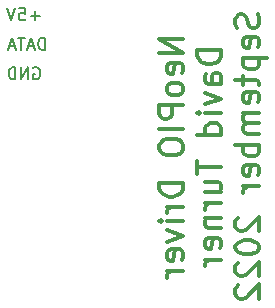
<source format=gbo>
%TF.GenerationSoftware,KiCad,Pcbnew,(6.0.7)*%
%TF.CreationDate,2022-09-24T21:41:20+01:00*%
%TF.ProjectId,mini_jellies,6d696e69-5f6a-4656-9c6c-6965732e6b69,rev?*%
%TF.SameCoordinates,Original*%
%TF.FileFunction,Legend,Bot*%
%TF.FilePolarity,Positive*%
%FSLAX46Y46*%
G04 Gerber Fmt 4.6, Leading zero omitted, Abs format (unit mm)*
G04 Created by KiCad (PCBNEW (6.0.7)) date 2022-09-24 21:41:20*
%MOMM*%
%LPD*%
G01*
G04 APERTURE LIST*
%ADD10C,0.150000*%
%ADD11C,0.300000*%
G04 APERTURE END LIST*
D10*
X104761904Y-75000000D02*
X104857142Y-74952380D01*
X105000000Y-74952380D01*
X105142857Y-75000000D01*
X105238095Y-75095238D01*
X105285714Y-75190476D01*
X105333333Y-75380952D01*
X105333333Y-75523809D01*
X105285714Y-75714285D01*
X105238095Y-75809523D01*
X105142857Y-75904761D01*
X105000000Y-75952380D01*
X104904761Y-75952380D01*
X104761904Y-75904761D01*
X104714285Y-75857142D01*
X104714285Y-75523809D01*
X104904761Y-75523809D01*
X104285714Y-75952380D02*
X104285714Y-74952380D01*
X103714285Y-75952380D01*
X103714285Y-74952380D01*
X103238095Y-75952380D02*
X103238095Y-74952380D01*
X103000000Y-74952380D01*
X102857142Y-75000000D01*
X102761904Y-75095238D01*
X102714285Y-75190476D01*
X102666666Y-75380952D01*
X102666666Y-75523809D01*
X102714285Y-75714285D01*
X102761904Y-75809523D01*
X102857142Y-75904761D01*
X103000000Y-75952380D01*
X103238095Y-75952380D01*
X105750000Y-73452380D02*
X105750000Y-72452380D01*
X105511904Y-72452380D01*
X105369047Y-72500000D01*
X105273809Y-72595238D01*
X105226190Y-72690476D01*
X105178571Y-72880952D01*
X105178571Y-73023809D01*
X105226190Y-73214285D01*
X105273809Y-73309523D01*
X105369047Y-73404761D01*
X105511904Y-73452380D01*
X105750000Y-73452380D01*
X104797619Y-73166666D02*
X104321428Y-73166666D01*
X104892857Y-73452380D02*
X104559523Y-72452380D01*
X104226190Y-73452380D01*
X104035714Y-72452380D02*
X103464285Y-72452380D01*
X103750000Y-73452380D02*
X103750000Y-72452380D01*
X103178571Y-73166666D02*
X102702380Y-73166666D01*
X103273809Y-73452380D02*
X102940476Y-72452380D01*
X102607142Y-73452380D01*
X105285714Y-70571428D02*
X104523809Y-70571428D01*
X104904761Y-70952380D02*
X104904761Y-70190476D01*
X103571428Y-69952380D02*
X104047619Y-69952380D01*
X104095238Y-70428571D01*
X104047619Y-70380952D01*
X103952380Y-70333333D01*
X103714285Y-70333333D01*
X103619047Y-70380952D01*
X103571428Y-70428571D01*
X103523809Y-70523809D01*
X103523809Y-70761904D01*
X103571428Y-70857142D01*
X103619047Y-70904761D01*
X103714285Y-70952380D01*
X103952380Y-70952380D01*
X104047619Y-70904761D01*
X104095238Y-70857142D01*
X103238095Y-69952380D02*
X102904761Y-70952380D01*
X102571428Y-69952380D01*
D11*
X117434761Y-72547619D02*
X115434761Y-72547619D01*
X117434761Y-73690476D01*
X115434761Y-73690476D01*
X117339523Y-75404761D02*
X117434761Y-75214285D01*
X117434761Y-74833333D01*
X117339523Y-74642857D01*
X117149047Y-74547619D01*
X116387142Y-74547619D01*
X116196666Y-74642857D01*
X116101428Y-74833333D01*
X116101428Y-75214285D01*
X116196666Y-75404761D01*
X116387142Y-75500000D01*
X116577619Y-75500000D01*
X116768095Y-74547619D01*
X117434761Y-76642857D02*
X117339523Y-76452380D01*
X117244285Y-76357142D01*
X117053809Y-76261904D01*
X116482380Y-76261904D01*
X116291904Y-76357142D01*
X116196666Y-76452380D01*
X116101428Y-76642857D01*
X116101428Y-76928571D01*
X116196666Y-77119047D01*
X116291904Y-77214285D01*
X116482380Y-77309523D01*
X117053809Y-77309523D01*
X117244285Y-77214285D01*
X117339523Y-77119047D01*
X117434761Y-76928571D01*
X117434761Y-76642857D01*
X117434761Y-78166666D02*
X115434761Y-78166666D01*
X115434761Y-78928571D01*
X115530000Y-79119047D01*
X115625238Y-79214285D01*
X115815714Y-79309523D01*
X116101428Y-79309523D01*
X116291904Y-79214285D01*
X116387142Y-79119047D01*
X116482380Y-78928571D01*
X116482380Y-78166666D01*
X117434761Y-80166666D02*
X115434761Y-80166666D01*
X115434761Y-81500000D02*
X115434761Y-81880952D01*
X115530000Y-82071428D01*
X115720476Y-82261904D01*
X116101428Y-82357142D01*
X116768095Y-82357142D01*
X117149047Y-82261904D01*
X117339523Y-82071428D01*
X117434761Y-81880952D01*
X117434761Y-81500000D01*
X117339523Y-81309523D01*
X117149047Y-81119047D01*
X116768095Y-81023809D01*
X116101428Y-81023809D01*
X115720476Y-81119047D01*
X115530000Y-81309523D01*
X115434761Y-81500000D01*
X117434761Y-84738095D02*
X115434761Y-84738095D01*
X115434761Y-85214285D01*
X115530000Y-85500000D01*
X115720476Y-85690476D01*
X115910952Y-85785714D01*
X116291904Y-85880952D01*
X116577619Y-85880952D01*
X116958571Y-85785714D01*
X117149047Y-85690476D01*
X117339523Y-85500000D01*
X117434761Y-85214285D01*
X117434761Y-84738095D01*
X117434761Y-86738095D02*
X116101428Y-86738095D01*
X116482380Y-86738095D02*
X116291904Y-86833333D01*
X116196666Y-86928571D01*
X116101428Y-87119047D01*
X116101428Y-87309523D01*
X117434761Y-87976190D02*
X116101428Y-87976190D01*
X115434761Y-87976190D02*
X115530000Y-87880952D01*
X115625238Y-87976190D01*
X115530000Y-88071428D01*
X115434761Y-87976190D01*
X115625238Y-87976190D01*
X116101428Y-88738095D02*
X117434761Y-89214285D01*
X116101428Y-89690476D01*
X117339523Y-91214285D02*
X117434761Y-91023809D01*
X117434761Y-90642857D01*
X117339523Y-90452380D01*
X117149047Y-90357142D01*
X116387142Y-90357142D01*
X116196666Y-90452380D01*
X116101428Y-90642857D01*
X116101428Y-91023809D01*
X116196666Y-91214285D01*
X116387142Y-91309523D01*
X116577619Y-91309523D01*
X116768095Y-90357142D01*
X117434761Y-92166666D02*
X116101428Y-92166666D01*
X116482380Y-92166666D02*
X116291904Y-92261904D01*
X116196666Y-92357142D01*
X116101428Y-92547619D01*
X116101428Y-92738095D01*
X120654761Y-73500000D02*
X118654761Y-73500000D01*
X118654761Y-73976190D01*
X118750000Y-74261904D01*
X118940476Y-74452380D01*
X119130952Y-74547619D01*
X119511904Y-74642857D01*
X119797619Y-74642857D01*
X120178571Y-74547619D01*
X120369047Y-74452380D01*
X120559523Y-74261904D01*
X120654761Y-73976190D01*
X120654761Y-73500000D01*
X120654761Y-76357142D02*
X119607142Y-76357142D01*
X119416666Y-76261904D01*
X119321428Y-76071428D01*
X119321428Y-75690476D01*
X119416666Y-75500000D01*
X120559523Y-76357142D02*
X120654761Y-76166666D01*
X120654761Y-75690476D01*
X120559523Y-75500000D01*
X120369047Y-75404761D01*
X120178571Y-75404761D01*
X119988095Y-75500000D01*
X119892857Y-75690476D01*
X119892857Y-76166666D01*
X119797619Y-76357142D01*
X119321428Y-77119047D02*
X120654761Y-77595238D01*
X119321428Y-78071428D01*
X120654761Y-78833333D02*
X119321428Y-78833333D01*
X118654761Y-78833333D02*
X118750000Y-78738095D01*
X118845238Y-78833333D01*
X118750000Y-78928571D01*
X118654761Y-78833333D01*
X118845238Y-78833333D01*
X120654761Y-80642857D02*
X118654761Y-80642857D01*
X120559523Y-80642857D02*
X120654761Y-80452380D01*
X120654761Y-80071428D01*
X120559523Y-79880952D01*
X120464285Y-79785714D01*
X120273809Y-79690476D01*
X119702380Y-79690476D01*
X119511904Y-79785714D01*
X119416666Y-79880952D01*
X119321428Y-80071428D01*
X119321428Y-80452380D01*
X119416666Y-80642857D01*
X118654761Y-82833333D02*
X118654761Y-83976190D01*
X120654761Y-83404761D02*
X118654761Y-83404761D01*
X119321428Y-85500000D02*
X120654761Y-85500000D01*
X119321428Y-84642857D02*
X120369047Y-84642857D01*
X120559523Y-84738095D01*
X120654761Y-84928571D01*
X120654761Y-85214285D01*
X120559523Y-85404761D01*
X120464285Y-85500000D01*
X120654761Y-86452380D02*
X119321428Y-86452380D01*
X119702380Y-86452380D02*
X119511904Y-86547619D01*
X119416666Y-86642857D01*
X119321428Y-86833333D01*
X119321428Y-87023809D01*
X119321428Y-87690476D02*
X120654761Y-87690476D01*
X119511904Y-87690476D02*
X119416666Y-87785714D01*
X119321428Y-87976190D01*
X119321428Y-88261904D01*
X119416666Y-88452380D01*
X119607142Y-88547619D01*
X120654761Y-88547619D01*
X120559523Y-90261904D02*
X120654761Y-90071428D01*
X120654761Y-89690476D01*
X120559523Y-89500000D01*
X120369047Y-89404761D01*
X119607142Y-89404761D01*
X119416666Y-89500000D01*
X119321428Y-89690476D01*
X119321428Y-90071428D01*
X119416666Y-90261904D01*
X119607142Y-90357142D01*
X119797619Y-90357142D01*
X119988095Y-89404761D01*
X120654761Y-91214285D02*
X119321428Y-91214285D01*
X119702380Y-91214285D02*
X119511904Y-91309523D01*
X119416666Y-91404761D01*
X119321428Y-91595238D01*
X119321428Y-91785714D01*
X123779523Y-70452380D02*
X123874761Y-70738095D01*
X123874761Y-71214285D01*
X123779523Y-71404761D01*
X123684285Y-71500000D01*
X123493809Y-71595238D01*
X123303333Y-71595238D01*
X123112857Y-71500000D01*
X123017619Y-71404761D01*
X122922380Y-71214285D01*
X122827142Y-70833333D01*
X122731904Y-70642857D01*
X122636666Y-70547619D01*
X122446190Y-70452380D01*
X122255714Y-70452380D01*
X122065238Y-70547619D01*
X121970000Y-70642857D01*
X121874761Y-70833333D01*
X121874761Y-71309523D01*
X121970000Y-71595238D01*
X123779523Y-73214285D02*
X123874761Y-73023809D01*
X123874761Y-72642857D01*
X123779523Y-72452380D01*
X123589047Y-72357142D01*
X122827142Y-72357142D01*
X122636666Y-72452380D01*
X122541428Y-72642857D01*
X122541428Y-73023809D01*
X122636666Y-73214285D01*
X122827142Y-73309523D01*
X123017619Y-73309523D01*
X123208095Y-72357142D01*
X122541428Y-74166666D02*
X124541428Y-74166666D01*
X122636666Y-74166666D02*
X122541428Y-74357142D01*
X122541428Y-74738095D01*
X122636666Y-74928571D01*
X122731904Y-75023809D01*
X122922380Y-75119047D01*
X123493809Y-75119047D01*
X123684285Y-75023809D01*
X123779523Y-74928571D01*
X123874761Y-74738095D01*
X123874761Y-74357142D01*
X123779523Y-74166666D01*
X122541428Y-75690476D02*
X122541428Y-76452380D01*
X121874761Y-75976190D02*
X123589047Y-75976190D01*
X123779523Y-76071428D01*
X123874761Y-76261904D01*
X123874761Y-76452380D01*
X123779523Y-77880952D02*
X123874761Y-77690476D01*
X123874761Y-77309523D01*
X123779523Y-77119047D01*
X123589047Y-77023809D01*
X122827142Y-77023809D01*
X122636666Y-77119047D01*
X122541428Y-77309523D01*
X122541428Y-77690476D01*
X122636666Y-77880952D01*
X122827142Y-77976190D01*
X123017619Y-77976190D01*
X123208095Y-77023809D01*
X123874761Y-78833333D02*
X122541428Y-78833333D01*
X122731904Y-78833333D02*
X122636666Y-78928571D01*
X122541428Y-79119047D01*
X122541428Y-79404761D01*
X122636666Y-79595238D01*
X122827142Y-79690476D01*
X123874761Y-79690476D01*
X122827142Y-79690476D02*
X122636666Y-79785714D01*
X122541428Y-79976190D01*
X122541428Y-80261904D01*
X122636666Y-80452380D01*
X122827142Y-80547619D01*
X123874761Y-80547619D01*
X123874761Y-81500000D02*
X121874761Y-81500000D01*
X122636666Y-81500000D02*
X122541428Y-81690476D01*
X122541428Y-82071428D01*
X122636666Y-82261904D01*
X122731904Y-82357142D01*
X122922380Y-82452380D01*
X123493809Y-82452380D01*
X123684285Y-82357142D01*
X123779523Y-82261904D01*
X123874761Y-82071428D01*
X123874761Y-81690476D01*
X123779523Y-81500000D01*
X123779523Y-84071428D02*
X123874761Y-83880952D01*
X123874761Y-83500000D01*
X123779523Y-83309523D01*
X123589047Y-83214285D01*
X122827142Y-83214285D01*
X122636666Y-83309523D01*
X122541428Y-83500000D01*
X122541428Y-83880952D01*
X122636666Y-84071428D01*
X122827142Y-84166666D01*
X123017619Y-84166666D01*
X123208095Y-83214285D01*
X123874761Y-85023809D02*
X122541428Y-85023809D01*
X122922380Y-85023809D02*
X122731904Y-85119047D01*
X122636666Y-85214285D01*
X122541428Y-85404761D01*
X122541428Y-85595238D01*
X122065238Y-87690476D02*
X121970000Y-87785714D01*
X121874761Y-87976190D01*
X121874761Y-88452380D01*
X121970000Y-88642857D01*
X122065238Y-88738095D01*
X122255714Y-88833333D01*
X122446190Y-88833333D01*
X122731904Y-88738095D01*
X123874761Y-87595238D01*
X123874761Y-88833333D01*
X121874761Y-90071428D02*
X121874761Y-90261904D01*
X121970000Y-90452380D01*
X122065238Y-90547619D01*
X122255714Y-90642857D01*
X122636666Y-90738095D01*
X123112857Y-90738095D01*
X123493809Y-90642857D01*
X123684285Y-90547619D01*
X123779523Y-90452380D01*
X123874761Y-90261904D01*
X123874761Y-90071428D01*
X123779523Y-89880952D01*
X123684285Y-89785714D01*
X123493809Y-89690476D01*
X123112857Y-89595238D01*
X122636666Y-89595238D01*
X122255714Y-89690476D01*
X122065238Y-89785714D01*
X121970000Y-89880952D01*
X121874761Y-90071428D01*
X122065238Y-91500000D02*
X121970000Y-91595238D01*
X121874761Y-91785714D01*
X121874761Y-92261904D01*
X121970000Y-92452380D01*
X122065238Y-92547619D01*
X122255714Y-92642857D01*
X122446190Y-92642857D01*
X122731904Y-92547619D01*
X123874761Y-91404761D01*
X123874761Y-92642857D01*
X122065238Y-93404761D02*
X121970000Y-93500000D01*
X121874761Y-93690476D01*
X121874761Y-94166666D01*
X121970000Y-94357142D01*
X122065238Y-94452380D01*
X122255714Y-94547619D01*
X122446190Y-94547619D01*
X122731904Y-94452380D01*
X123874761Y-93309523D01*
X123874761Y-94547619D01*
M02*

</source>
